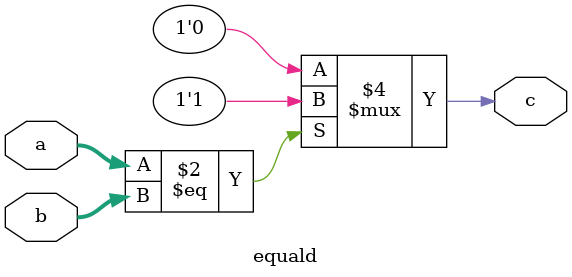
<source format=v>
module equald (a,b,c);
input [31:0] a,b;
output reg c;
always @(*)
begin
    if(a==b)
    c =1;
    else 
    c = 0;
end
endmodule

</source>
